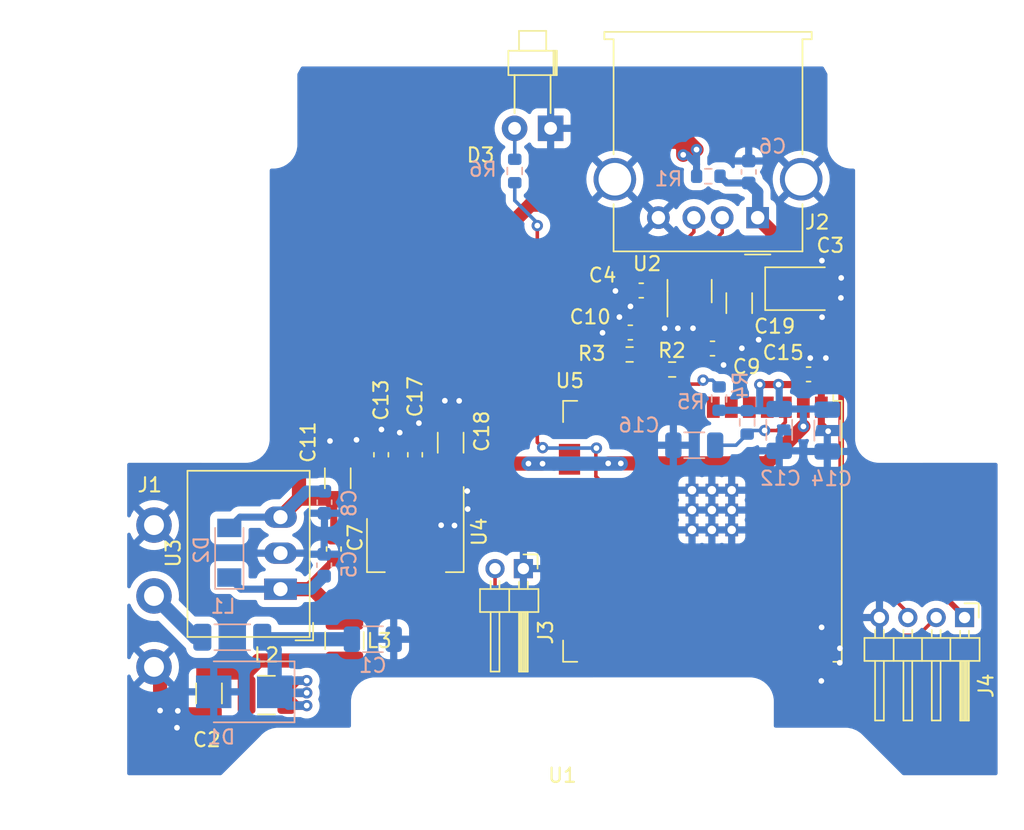
<source format=kicad_pcb>
(kicad_pcb (version 20221018) (generator pcbnew)
  (layers (0 "F.Cu" signal) (31 "B.Cu" signal) (34 "B.Paste" user) (35 "F.Paste" user) (36 "B.SilkS" user "B.Silkscreen") (37 "F.SilkS" user "F.Silkscreen") (38 "B.Mask" user) (39 "F.Mask" user) (44 "Edge.Cuts" user))
  (net 0 "")
  (net 1 "GND")
  (net 2 "+3V3")
  (net 3 "+5V")
  (net 4 "Net-(C1-Pad1)")
  (net 5 "Net-(C2-Pad1)")
  (net 6 "Net-(C9-Pad1)")
  (net 7 "Net-(J3-Pad2)")
  (net 8 "Net-(J1-Pad1)")
  (net 9 "/D-")
  (net 10 "/D+")
  (net 11 "Net-(J4-Pad2)")
  (net 12 "Net-(J4-Pad3)")
  (net 13 "Net-(R2-Pad2)")
  (net 14 "Net-(R6-Pad1)")
  (net 15 "Net-(D3-Pad2)")
  (net 16 "Net-(R3-Pad2)")
  (net 17 "Net-(R5-Pad2)")
  (net 18 "Net-(C10-Pad1)")
  (net 19 "Net-(C16-Pad1)")
  (net 49 "VBUS")
  (net 50 "/Vin")
  (footprint "Package_TO_SOT_SMD:SOT-223-3_TabPin2" (layer "F.Cu") (at 141.36 111.29 -90)
    (fp_text reference "U4")
    (fp_text value "LD1117S33TR")
  )
  (footprint "Inductor_SMD:L_1210_3225Metric" (layer "F.Cu") (at 136.36 118.03 90)
    (fp_text reference "L3")
    (fp_text value "4µ7")
  )
  (footprint "Connector_PinHeader_2.00mm:PinHeader_1x04_P2.00mm_Horizontal" (layer "F.Cu") (at 180.09 116.4 -90)
    (fp_text reference "J4")
    (fp_text value "Conn_01x04_Male")
  )
  (footprint "Resistor_SMD:R_0603_1608Metric" (layer "F.Cu") (at 156.47 97.85 180)
    (fp_text reference "R3")
    (fp_text value "0")
  )
  (footprint "Capacitor_SMD:C_0603_1608Metric" (layer "F.Cu") (at 156.52 96.3 180)
    (fp_text reference "C10")
    (fp_text value "NC")
  )
  (footprint "Capacitor_SMD:C_0603_1608Metric" (layer "F.Cu") (at 138.95 104.92 90)
    (fp_text reference "C13")
    (fp_text value "100n")
  )
  (footprint "Inductor_SMD:L_1210_3225Metric" (layer "F.Cu") (at 130.86 121.87 180)
    (fp_text reference "L2")
    (fp_text value "22µ")
  )
  (footprint "Capacitor_SMD:C_1206_3216Metric" (layer "F.Cu") (at 143.85 104.07 90)
    (fp_text reference "C18")
    (fp_text value "10µ")
  )
  (footprint "Capacitor_SMD:C_0603_1608Metric" (layer "F.Cu") (at 162.315 97.43)
    (fp_text reference "C9")
    (fp_text value "NC")
  )
  (footprint "Connector_USB:USB_A_Molex_67643_Horizontal" (layer "F.Cu") (at 165.5 88.2 180)
    (fp_text reference "J2")
    (fp_text value "USB_A")
  )
  (footprint "Converter_DCDC:Converter_DCDC_RECOM_R-78E-0.5_THT" (layer "F.Cu") (at 131.85 114.4 90)
    (fp_text reference "U3")
    (fp_text value "R-78K5.0-1.0")
  )
  (footprint "Capacitor_SMD:C_0603_1608Metric" (layer "F.Cu") (at 169.09 99.25 180)
    (fp_text reference "C15")
    (fp_text value "100n")
  )
  (footprint "Connector_PinHeader_2.00mm:PinHeader_1x02_P2.00mm_Horizontal" (layer "F.Cu") (at 148.98 112.95 -90)
    (fp_text reference "J3")
    (fp_text value "Conn_01x02_Male")
  )
  (footprint "Capacitor_SMD:C_1206_3216Metric" (layer "F.Cu") (at 164.2 94.23 -90)
    (fp_text reference "C19")
    (fp_text value "10µ")
  )
  (footprint "Package_TO_SOT_SMD:SOT-23-6" (layer "F.Cu") (at 160.7 93.38 90)
    (fp_text reference "U2")
    (fp_text value "USBLC6-2SC6")
  )
  (footprint "Capacitor_SMD:C_0603_1608Metric" (layer "F.Cu") (at 157.29 93.34 180)
    (fp_text reference "C4")
    (fp_text value "100n")
  )
  (footprint "Library:phoenix-mkdso-2-5-3-l-kmgy" (layer "F.Cu") (at 122.93 114.88)
    (fp_text reference "J1")
    (fp_text value "MKDSO 2,5/ 3-L KMGY")
  )
  (footprint "Capacitor_SMD:C_0603_1608Metric" (layer "F.Cu") (at 141.34 104.92 90)
    (fp_text reference "C17")
    (fp_text value "100n")
  )
  (footprint "Capacitor_SMD:C_0603_1608Metric" (layer "F.Cu") (at 135.61 111.57 90)
    (fp_text reference "C7")
    (fp_text value "1n")
  )
  (footprint "Resistor_SMD:R_0603_1608Metric" (layer "F.Cu") (at 159.47 98.91 180)
    (fp_text reference "R2")
    (fp_text value "0")
  )
  (footprint "Capacitor_SMD:C_1206_3216Metric" (layer "F.Cu") (at 135.89 106.58 90)
    (fp_text reference "C11")
    (fp_text value "10µ")
  )
  (footprint "Library:ESP32-S2-SOLO-U" (layer "F.Cu") (at 164.73 110.32 -90)
    (fp_text reference "U5")
    (fp_text value "ESP32-S2-SOLO-U2")
  )
  (footprint "Library:phoenix-bc178-reduced-1" (layer "F.Cu") (at 151.73 128.03)
    (fp_text reference "U1")
    (fp_text value "PHOENIX-BC178")
    (fp_poly (pts (xy 31.2 -23.05) (xy 31.198528 -6.748528) (xy 31.2 0) (xy 23.8 0) (xy 20.798528 -2.998528) (xy 20.713113 -3.079856) (xy 20.517044 -3.210865) (xy 20.299184 -3.301105) (xy 20.067905 -3.34711) (xy 19.95 -3.35) (xy 14.4 -3.35) (xy 14.401472 -5.701472) (xy 14.399324 -5.806271) (xy 14.362931 -6.012685) (xy 14.291247 -6.209644) (xy 14.18645 -6.391161) (xy 14.051723 -6.551723) (xy 13.891161 -6.68645) (xy 13.709644 -6.791247) (xy 13.512685 -6.862931) (xy 13.306271 -6.899324) (xy 13.201472 -6.901472) (xy -13.2 -6.9) (xy -13.304787 -6.897717) (xy -13.511176 -6.861325) (xy -13.708111 -6.789647) (xy -13.889606 -6.68486) (xy -14.050149 -6.550149) (xy -14.18486 -6.389606) (xy -14.289647 -6.208111) (xy -14.361325 -6.011176) (xy -14.397717 -5.804787) (xy -14.4 -5.7) (xy -14.4 -3.35) (xy -20 -3.35) (xy -20.101936 -3.350657) (xy -20.303469 -3.320167) (xy -20.496372 -3.254337) (xy -20.6745 -3.155264) (xy -20.83218 -3.026104) (xy -20.9 -2.95) (xy -23.85 0) (xy -31.2 0) (xy -31.198528 -6.748528) (xy -31.2 -23.05) (xy -22.348528 -23.048528) (xy -22.243741 -23.050811) (xy -22.037352 -23.087203) (xy -21.840417 -23.158881) (xy -21.658922 -23.263668) (xy -21.498379 -23.398379) (xy -21.363668 -23.558922) (xy -21.258881 -23.740417) (xy -21.187203 -23.937352) (xy -21.150811 -24.143741) (xy -21.148528 -24.248528) (xy -21.15 -43.8) (xy -20.398528 -43.798528) (xy -20.293741 -43.800811) (xy -20.087352 -43.837203) (xy -19.890417 -43.908881) (xy -19.708922 -44.013668) (xy -19.548379 -44.148379) (xy -19.413668 -44.308922) (xy -19.308881 -44.490417) (xy -19.237203 -44.687352) (xy -19.200811 -44.893741) (xy -19.198528 -44.998528) (xy -19.2 -50.1) (xy -18.7 -51) (xy 18.7 -51) (xy 19.2 -50.1) (xy 19.198528 -44.998528) (xy 19.200676 -44.893729) (xy 19.237069 -44.687315) (xy 19.308753 -44.490356) (xy 19.41355 -44.308839) (xy 19.548277 -44.148277) (xy 19.708839 -44.01355) (xy 19.890356 -43.908753) (xy 20.087315 -43.837069) (xy 20.293729 -43.800676) (xy 20.398528 -43.798528) (xy 21.15 -43.8) (xy 21.148528 -24.248528) (xy 21.150676 -24.143729) (xy 21.187069 -23.937315) (xy 21.258753 -23.740356) (xy 21.36355 -23.558839) (xy 21.498277 -23.398277) (xy 21.658839 -23.26355) (xy 21.840356 -23.158753) (xy 22.037315 -23.087069) (xy 22.243729 -23.050676) (xy 22.348528 -23.048528)) (stroke (width 0.001)) (fill none) (layer "Edge.Cuts"))
  )
  (footprint "Capacitor_SMD:C_1206_3216Metric" (layer "F.Cu") (at 126.81 121.75 -90)
    (fp_text reference "C2")
    (fp_text value "10µ")
  )
  (footprint "LED_THT:LED_D1.8mm_W1.8mm_H2.4mm_Horizontal_O3.81mm_Z1.6mm" (layer "F.Cu") (at 150.9 81.9 180)
    (fp_text reference "D3")
    (fp_text value "LED")
  )
  (footprint "Capacitor_Tantalum_SMD:CP_EIA-3528-15_AVX-H" (layer "F.Cu") (at 168.49 93.21)
    (fp_text reference "C3")
    (fp_text value "47µ")
  )
  (footprint "Resistor_SMD:R_0603_1608Metric" (layer "B.Cu") (at 162.02 85.28 180)
    (fp_text reference "R1")
    (fp_text value "0R22")
  )
  (footprint "Resistor_SMD:R_0603_1608Metric" (layer "B.Cu") (at 162.78 100.96 90)
    (fp_text reference "R5")
    (fp_text value "NC (SOLO: 10k)")
  )
  (footprint "Capacitor_SMD:C_1206_3216Metric" (layer "B.Cu") (at 138.36 117.93)
    (fp_text reference "C1")
    (fp_text value "10µ")
  )
  (footprint "Resistor_SMD:R_0603_1608Metric" (layer "B.Cu") (at 148.37 84.91 90)
    (fp_text reference "R6")
    (fp_text value "220")
  )
  (footprint "Inductor_SMD:L_1806_4516Metric" (layer "B.Cu") (at 128.45 117.79)
    (fp_text reference "L1")
    (fp_text value "Ferrite")
  )
  (footprint "Capacitor_SMD:C_0603_1608Metric" (layer "B.Cu") (at 164.87 84.98 -90)
    (fp_text reference "C6")
    (fp_text value "100n")
  )
  (footprint "Diode_SMD:D_SMB" (layer "B.Cu") (at 129.29 121.64 180)
    (fp_text reference "D1")
    (fp_text value "SMC30A")
  )
  (footprint "Capacitor_SMD:C_0603_1608Metric" (layer "B.Cu") (at 134.93 112.71 90)
    (fp_text reference "C5")
    (fp_text value "1n")
  )
  (footprint "Capacitor_SMD:C_1206_3216Metric" (layer "B.Cu") (at 167.02 103.17 90)
    (fp_text reference "C12")
    (fp_text value "10µ")
  )
  (footprint "Capacitor_SMD:C_0603_1608Metric" (layer "B.Cu") (at 134.95 108.27 -90)
    (fp_text reference "C8")
    (fp_text value "100n")
  )
  (footprint "Diode_SMD:D_MiniMELF" (layer "B.Cu") (at 128.24 111.83 90)
    (fp_text reference "D2")
    (fp_text value "LL4148")
  )
  (footprint "Resistor_SMD:R_0603_1608Metric" (layer "B.Cu") (at 164.76 102.64 -90)
    (fp_text reference "R4")
    (fp_text value "10k")
  )
  (footprint "Capacitor_SMD:C_1206_3216Metric" (layer "B.Cu") (at 161.03 104.25 180)
    (fp_text reference "C16")
    (fp_text value "1µ")
  )
  (footprint "Capacitor_SMD:C_1206_3216Metric" (layer "B.Cu") (at 170.41 103.215 90)
    (fp_text reference "C14")
    (fp_text value "10µ")
  )
  (segment (start 170.0275 92.45) (end 171.39 92.45) (width 0.5) (layer "F.Cu") (net 1))
  (segment (start 169.99 102.78) (end 169.99 101.57) (width 0.5) (layer "F.Cu") (net 1))
  (segment (start 135.34 103.95) (end 135.34 104.555) (width 0.5) (layer "F.Cu") (net 1))
  (segment (start 163.09 98.585) (end 163.095 98.59) (width 0.5) (layer "F.Cu") (net 1))
  (segment (start 170.0275 91.2325) (end 170.03 91.23) (width 0.5) (layer "F.Cu") (net 1))
  (segment (start 170.49 118.57) (end 171.3 118.57) (width 0.5) (layer "F.Cu") (net 1))
  (segment (start 163.09 97.43) (end 164.365 97.43) (width 0.5) (layer "F.Cu") (net 1))
  (segment (start 143.66 108.14) (end 144.27 108.75) (width 0.5) (layer "F.Cu") (net 1))
  (segment (start 138.95 104.145) (end 137.695 104.145) (width 0.5) (layer "F.Cu") (net 1))
  (segment (start 155.745 96.3) (end 155.745 95.215) (width 0.5) (layer "F.Cu") (net 1))
  (segment (start 142.89 102.595) (end 142.1475 103.3375) (width 0.5) (layer "F.Cu") (net 1))
  (segment (start 138.95 104.145) (end 138.95 103.16) (width 0.5) (layer "F.Cu") (net 1))
  (segment (start 169.865 99.25) (end 169.99 99.375) (width 0.5) (layer "F.Cu") (net 1))
  (segment (start 155.5 93.34) (end 155.47 93.37) (width 0.5) (layer "F.Cu") (net 1))
  (segment (start 143.66 108.14) (end 144.32 107.48) (width 0.5) (layer "F.Cu") (net 1))
  (segment (start 124.61 122.98) (end 123.38 122.98) (width 1) (layer "F.Cu") (net 1))
  (segment (start 143.44 102.185) (end 143.44 101.11) (width 0.5) (layer "F.Cu") (net 1))
  (segment (start 169.99 119.07) (end 170.49 118.57) (width 0.5) (layer "F.Cu") (net 1))
  (segment (start 143.85 102.595) (end 144.45 101.995) (width 0.5) (layer "F.Cu") (net 1))
  (segment (start 141.34 104.145) (end 140.26 104.145) (width 0.5) (layer "F.Cu") (net 1))
  (segment (start 143.66 108.14) (end 144.12 108.6) (width 0.5) (layer "F.Cu") (net 1))
  (segment (start 163.09 97.43) (end 163.09 98.585) (width 0.5) (layer "F.Cu") (net 1))
  (segment (start 143.18 108.62) (end 143.18 109.89) (width 0.5) (layer "F.Cu") (net 1))
  (segment (start 144.12 108.6) (end 144.12 109.91) (width 0.5) (layer "F.Cu") (net 1))
  (segment (start 137.21 104.145) (end 137.21 103.87) (width 0.5) (layer "F.Cu") (net 1))
  (segment (start 170.47 103.26) (end 169.99 102.78) (width 0.5) (layer "F.Cu") (net 1))
  (segment (start 169.99 119.07) (end 170.51 119.59) (width 0.5) (layer "F.Cu") (net 1))
  (segment (start 155.745 96.3) (end 154.58 96.3) (width 0.5) (layer "F.Cu") (net 1))
  (segment (start 143.85 102.595) (end 143.44 102.185) (width 0.5) (layer "F.Cu") (net 1))
  (segment (start 156.515 93.34) (end 155.5 93.34) (width 0.5) (layer "F.Cu") (net 1))
  (segment (start 144.45 101.995) (end 144.45 101.12) (width 0.5) (layer "F.Cu") (net 1))
  (segment (start 136.85 104.145) (end 135.89 105.105) (width 0.5) (layer "F.Cu") (net 1))
  (segment (start 164.2 95.705) (end 164.2 97.225) (width 0.8) (layer "F.Cu") (net 1))
  (segment (start 123.36 122.96) (end 123.36 120.31) (width 1) (layer "F.Cu") (net 1))
  (segment (start 143.66 108.14) (end 143.18 108.62) (width 0.5) (layer "F.Cu") (net 1))
  (segment (start 169.99 119.07) (end 169.99 117.11) (width 0.5) (layer "F.Cu") (net 1))
  (segment (start 170.0275 93.21) (end 170.0275 95.2075) (width 0.5) (layer "F.Cu") (net 1))
  (segment (start 123.38 122.98) (end 123.36 122.96) (width 1) (layer "F.Cu") (net 1))
  (segment (start 159.87 96) (end 158.94 96) (width 0.5) (layer "F.Cu") (net 1))
  (segment (start 170.0275 93.21) (end 170.0275 92.45) (width 0.5) (layer "F.Cu") (net 1))
  (segment (start 135.34 104.555) (end 135.89 105.105) (width 0.5) (layer "F.Cu") (net 1))
  (segment (start 123.36 120.31) (end 122.93 119.88) (width 1) (layer "F.Cu") (net 1))
  (segment (start 164.365 97.43) (end 164.385 97.41) (width 0.5) (layer "F.Cu") (net 1))
  (segment (start 137.695 104.145) (end 137.21 104.145) (width 0.5) (layer "F.Cu") (net 1))
  (segment (start 170.0275 95.2075) (end 170.04 95.22) (width 0.5) (layer "F.Cu") (net 1))
  (segment (start 169.865 99.25) (end 169.865 98.755) (width 0.5) (layer "F.Cu") (net 1))
  (segment (start 154.58 96.3) (end 154.56 96.32) (width 0.5) (layer "F.Cu") (net 1))
  (segment (start 170.0275 93.86) (end 171.37 93.86) (width 0.5) (layer "F.Cu") (net 1))
  (segment (start 138.95 103.16) (end 138.97 103.14) (width 0.5) (layer "F.Cu") (net 1))
  (segment (start 144.32 107.48) (end 145.02 107.48) (width 0.5) (layer "F.Cu") (net 1))
  (segment (start 160.7 94.5175) (end 160.7 95.91) (width 0.5) (layer "F.Cu") (net 1))
  (segment (start 124.61 122.98) (end 124.61 124.11) (width 1) (layer "F.Cu") (net 1))
  (segment (start 140.26 104.145) (end 140.26 103.36) (width 0.5) (layer "F.Cu") (net 1))
  (segment (start 164.2 97.225) (end 164.385 97.41) (width 0.8) (layer "F.Cu") (net 1))
  (segment (start 170.51 119.59) (end 171.29 119.59) (width 0.5) (layer "F.Cu") (net 1))
  (segment (start 137.695 104.145) (end 136.85 104.145) (width 0.5) (layer "F.Cu") (net 1))
  (segment (start 170.0275 93.21) (end 170.0275 93.86) (width 0.5) (layer "F.Cu") (net 1))
  (segment (start 142.1475 103.3375) (end 142.1475 103.2275) (width 0.5) (layer "F.Cu") (net 1))
  (segment (start 155.745 95.215) (end 155.75 95.21) (width 0.5) (layer "F.Cu") (net 1))
  (segment (start 142.1475 103.2275) (end 141.61 102.69) (width 0.5) (layer "F.Cu") (net 1))
  (segment (start 164.2 95.705) (end 164.465 95.705) (width 0.8) (layer "F.Cu") (net 1))
  (segment (start 126.81 123.225) (end 124.855 123.225) (width 1) (layer "F.Cu") (net 1))
  (segment (start 170.0275 93.21) (end 170.0275 91.2325) (width 0.5) (layer "F.Cu") (net 1))
  (segment (start 160.94 96) (end 159.87 96) (width 0.5) (layer "F.Cu") (net 1))
  (segment (start 144.27 108.75) (end 145.05 108.75) (width 0.5) (layer "F.Cu") (net 1))
  (segment (start 142.1475 103.3375) (end 141.34 104.145) (width 0.5) (layer "F.Cu") (net 1))
  (segment (start 143.85 102.595) (end 142.89 102.595) (width 0.5) (layer "F.Cu") (net 1))
  (segment (start 156.515 93.34) (end 156.515 94.445) (width 0.5) (layer "F.Cu") (net 1))
  (segment (start 156.515 94.445) (end 156.53 94.46) (width 0.5) (layer "F.Cu") (net 1))
  (segment (start 169.865 98.755) (end 169.21 98.1) (width 0.5) (layer "F.Cu") (net 1))
  (segment (start 169.99 99.375) (end 169.99 101.57) (width 0.5) (layer "F.Cu") (net 1))
  (segment (start 169.99 117.11) (end 170.01 117.09) (width 0.5) (layer "F.Cu") (net 1))
  (segment (start 169.99 119.07) (end 169.99 120.87) (width 0.5) (layer "F.Cu") (net 1))
  (segment (start 169.865 99.25) (end 169.865 98.545) (width 0.5) (layer "F.Cu") (net 1))
  (segment (start 124.61 124.11) (end 124.55 124.17) (width 1) (layer "F.Cu") (net 1))
  (segment (start 138.95 104.145) (end 141.34 104.145) (width 0.5) (layer "F.Cu") (net 1))
  (segment (start 169.865 98.545) (end 170.31 98.1) (width 0.5) (layer "F.Cu") (net 1))
  (segment (start 124.855 123.225) (end 124.61 122.98) (width 1) (layer "F.Cu") (net 1))
  (segment (start 164.465 95.705) (end 165.57 96.81) (width 0.8) (layer "F.Cu") (net 1))
  (via (at 155.75 95.21) (size 0.8) (drill 0.4) (layers "F.Cu" "B.Cu") (net 1))
  (via (at 164.385 97.41) (size 0.8) (drill 0.4) (layers "F.Cu" "B.Cu") (net 1))
  (via (at 170.31 98.1) (size 0.8) (drill 0.4) (layers "F.Cu" "B.Cu") (net 1))
  (via (at 165.57 96.81) (size 0.8) (drill 0.4) (layers "F.Cu" "B.Cu") (net 1))
  (via (at 170.04 95.22) (size 0.8) (drill 0.4) (layers "F.Cu" "B.Cu") (net 1))
  (via (at 169.21 98.1) (size 0.8) (drill 0.4) (layers "F.Cu" "B.Cu") (net 1))
  (via (at 143.18 109.89) (size 0.8) (drill 0.4) (layers "F.Cu" "B.Cu") (net 1))
  (via (at 123.36 122.96) (size 0.8) (drill 0.4) (layers "F.Cu" "B.Cu") (net 1))
  (via (at 141.61 102.69) (size 0.8) (drill 0.4) (layers "F.Cu" "B.Cu") (net 1))
  (via (at 171.39 92.45) (size 0.8) (drill 0.4) (layers "F.Cu" "B.Cu") (net 1))
  (via (at 171.29 119.59) (size 0.8) (drill 0.4) (layers "F.Cu" "B.Cu") (net 1))
  (via (at 137.21 103.87) (size 0.8) (drill 0.4) (layers "F.Cu" "B.Cu") (net 1))
  (via (at 169.99 120.87) (size 0.8) (drill 0.4) (layers "F.Cu" "B.Cu") (net 1))
  (via (at 144.12 109.91) (size 0.8) (drill 0.4) (layers "F.Cu" "B.Cu") (net 1))
  (via (at 158.94 96) (size 0.8) (drill 0.4) (layers "F.Cu" "B.Cu") (net 1))
  (via (at 144.45 101.12) (size 0.8) (drill 0.4) (layers "F.Cu" "B.Cu") (net 1))
  (via (at 171.3 118.57) (size 0.8) (drill 0.4) (layers "F.Cu" "B.Cu") (net 1))
  (via (at 154.56 96.32) (size 0.8) (drill 0.4) (layers "F.Cu" "B.Cu") (net 1))
  (via (at 155.47 93.37) (size 0.8) (drill 0.4) (layers "F.Cu" "B.Cu") (net 1))
  (via (at 170.03 91.23) (size 0.8) (drill 0.4) (layers "F.Cu" "B.Cu") (net 1))
  (via (at 160.94 96) (size 0.8) (drill 0.4) (layers "F.Cu" "B.Cu") (net 1))
  (via (at 138.97 103.14) (size 0.8) (drill 0.4) (layers "F.Cu" "B.Cu") (net 1))
  (via (at 124.61 122.98) (size 0.8) (drill 0.4) (layers "F.Cu" "B.Cu") (net 1))
  (via (at 171.37 93.86) (size 0.8) (drill 0.4) (layers "F.Cu" "B.Cu") (net 1))
  (via (at 170.47 103.26) (size 0.8) (drill 0.4) (layers "F.Cu" "B.Cu") (net 1))
  (via (at 163.095 98.59) (size 0.8) (drill 0.4) (layers "F.Cu" "B.Cu") (net 1))
  (via (at 159.87 96) (size 0.8) (drill 0.4) (layers "F.Cu" "B.Cu") (net 1))
  (via (at 143.44 101.11) (size 0.8) (drill 0.4) (layers "F.Cu" "B.Cu") (net 1))
  (via (at 140.26 103.36) (size 0.8) (drill 0.4) (layers "F.Cu" "B.Cu") (net 1))
  (via (at 170.01 117.09) (size 0.8) (drill 0.4) (layers "F.Cu" "B.Cu") (net 1))
  (via (at 145.02 107.48) (size 0.8) (drill 0.4) (layers "F.Cu" "B.Cu") (net 1))
  (via (at 135.34 103.95) (size 0.8) (drill 0.4) (layers "F.Cu" "B.Cu") (net 1))
  (via (at 145.05 108.75) (size 0.8) (drill 0.4) (layers "F.Cu" "B.Cu") (net 1))
  (via (at 124.55 124.17) (size 0.8) (drill 0.4) (layers "F.Cu" "B.Cu") (net 1))
  (via (at 156.53 94.46) (size 0.8) (drill 0.4) (layers "F.Cu" "B.Cu") (net 1))
  (segment (start 141.34 105.695) (end 143.7 105.695) (width 0.5) (layer "F.Cu") (net 2))
  (segment (start 168.725 102.925) (end 168.72 102.92) (width 0.5) (layer "F.Cu") (net 2))
  (segment (start 168.72 100.31) (end 168.72 101.57) (width 0.5) (layer "F.Cu") (net 2))
  (segment (start 143.7 105.695) (end 143.85 105.545) (width 0.5) (layer "F.Cu") (net 2))
  (segment (start 155.85 105.53) (end 163.58 105.53) (width 1) (layer "F.Cu") (net 2))
  (segment (start 143.85 105.545) (end 149.335 105.545) (width 1) (layer "F.Cu") (net 2))
  (segment (start 168.725 102.925) (end 166.13 105.52) (width 1) (layer "F.Cu") (net 2))
  (segment (start 150.325 105.545) (end 150.33 105.55) (width 0.5) (layer "F.Cu") (net 2))
  (segment (start 168.25 99.97) (end 168.315 99.905) (width 0.5) (layer "F.Cu") (net 2))
  (segment (start 154.96 105.53) (end 155.85 105.53) (width 1) (layer "F.Cu") (net 2))
  (segment (start 163.58 105.53) (end 163.59 105.52) (width 0.5) (layer "F.Cu") (net 2))
  (segment (start 149.335 105.545) (end 150.325 105.545) (width 1) (layer "F.Cu") (net 2))
  (segment (start 168.72 102.92) (end 168.72 101.57) (width 0.5) (layer "F.Cu") (net 2))
  (segment (start 168.315 99.25) (end 168.315 99.905) (width 0.5) (layer "F.Cu") (net 2))
  (segment (start 168.315 99.905) (end 168.72 100.31) (width 0.5) (layer "F.Cu") (net 2))
  (segment (start 141.36 105.715) (end 141.34 105.695) (width 0.5) (layer "F.Cu") (net 2))
  (segment (start 166.97 99.97) (end 168.25 99.97) (width 0.5) (layer "F.Cu") (net 2))
  (segment (start 141.36 108.14) (end 141.36 105.715) (width 0.5) (layer "F.Cu") (net 2))
  (segment (start 165.65 99.97) (end 166.97 99.97) (width 0.5) (layer "F.Cu") (net 2))
  (segment (start 166.13 105.52) (end 163.59 105.52) (width 1) (layer "F.Cu") (net 2))
  (segment (start 141.36 108.14) (end 141.36 114.44) (width 1) (layer "F.Cu") (net 2))
  (via (at 149.335 105.545) (size 0.8) (drill 0.4) (layers "F.Cu" "B.Cu") (net 2))
  (via (at 168.725 102.925) (size 0.8) (drill 0.4) (layers "F.Cu" "B.Cu") (net 2))
  (via (at 150.33 105.55) (size 0.8) (drill 0.4) (layers "F.Cu" "B.Cu") (net 2))
  (via (at 155.85 105.53) (size 0.8) (drill 0.4) (layers "F.Cu" "B.Cu") (net 2))
  (via (at 154.96 105.53) (size 0.8) (drill 0.4) (layers "F.Cu" "B.Cu") (net 2))
  (via (at 165.65 99.97) (size 0.8) (drill 0.4) (layers "F.Cu" "B.Cu") (net 2))
  (via (at 166.97 99.97) (size 0.8) (drill 0.4) (layers "F.Cu" "B.Cu") (net 2))
  (segment (start 154.29 105.55) (end 155.85 105.55) (width 1) (layer "B.Cu") (net 2))
  (segment (start 149.335 105.55) (end 149.335 105.545) (width 0.5) (layer "B.Cu") (net 2))
  (segment (start 167.02 101.695) (end 167.02 100.02) (width 0.5) (layer "B.Cu") (net 2))
  (segment (start 164.73 101.785) (end 164.76 101.815) (width 0.5) (layer "B.Cu") (net 2))
  (segment (start 155.85 105.55) (end 155.85 105.53) (width 0.5) (layer "B.Cu") (net 2))
  (segment (start 169.99 101.695) (end 170.09 101.795) (width 0.5) (layer "B.Cu") (net 2))
  (segment (start 168.725 101.695) (end 169.99 101.695) (width 0.5) (layer "B.Cu") (net 2))
  (segment (start 162.78 101.785) (end 164.73 101.785) (width 0.5) (layer "B.Cu") (net 2))
  (segment (start 165.645 99.975) (end 165.65 99.97) (width 0.5) (layer "B.Cu") (net 2))
  (segment (start 165.645 101.815) (end 166.9 101.815) (width 0.5) (layer "B.Cu") (net 2))
  (segment (start 151.14 105.55) (end 149.335 105.55) (width 1) (layer "B.Cu") (net 2))
  (segment (start 151.14 105.55) (end 150.33 105.55) (width 0.5) (layer "B.Cu") (net 2))
  (segment (start 154.29 105.55) (end 151.14 105.55) (width 1) (layer "B.Cu") (net 2))
  (segment (start 165.645 101.815) (end 165.645 99.975) (width 0.5) (layer "B.Cu") (net 2))
  (segment (start 166.9 101.815) (end 167.02 101.695) (width 0.5) (layer "B.Cu") (net 2))
  (segment (start 168.725 102.925) (end 168.725 101.695) (width 0.5) (layer "B.Cu") (net 2))
  (segment (start 154.96 105.53) (end 154.94 105.55) (width 0.5) (layer "B.Cu") (net 2))
  (segment (start 167.02 100.02) (end 166.97 99.97) (width 0.5) (layer "B.Cu") (net 2))
  (segment (start 167.02 101.695) (end 168.725 101.695) (width 0.5) (layer "B.Cu") (net 2))
  (segment (start 164.76 101.815) (end 165.645 101.815) (width 0.5) (layer "B.Cu") (net 2))
  (segment (start 154.94 105.55) (end 154.29 105.55) (width 0.5) (layer "B.Cu") (net 2))
  (segment (start 180.09 116.34) (end 171.39 107.64) (width 0.4) (layer "F.Cu") (net 3))
  (segment (start 152.735 87.285) (end 149.485 87.285) (width 1) (layer "F.Cu") (net 3))
  (segment (start 139.06 105.805) (end 138.95 105.695) (width 0.5) (layer "F.Cu") (net 3))
  (segment (start 180.09 116.4) (end 180.09 116.34) (width 0.4) (layer "F.Cu") (net 3))
  (segment (start 160.7 93.37) (end 163.4 93.37) (width 0.4) (layer "F.Cu") (net 3))
  (segment (start 160.25 83.2) (end 160.25 83.77) (width 1) (layer "F.Cu") (net 3))
  (segment (start 171.39 97.84) (end 168.91 95.36) (width 0.4) (layer "F.Cu") (net 3))
  (segment (start 168.91 95.36) (end 166.21 95.36) (width 0.4) (layer "F.Cu") (net 3))
  (segment (start 153.92 82.85) (end 159.9 82.85) (width 1) (layer "F.Cu") (net 3))
  (segment (start 133.155 103.615) (end 149.485 87.285) (width 1) (layer "F.Cu") (net 3))
  (segment (start 160.64 82.85) (end 161.19 83.4) (width 1) (layer "F.Cu") (net 3))
  (segment (start 135.74 108.015) (end 138.935 108.015) (width 1) (layer "F.Cu") (net 3))
  (segment (start 159.9 82.85) (end 160.64 82.85) (width 1) (layer "F.Cu") (net 3))
  (segment (start 133.155 108.015) (end 133.155 103.745) (width 1) (layer "F.Cu") (net 3))
  (segment (start 160.7 92.2425) (end 160.7 93.37) (width 0.4) (layer "F.Cu") (net 3))
  (segment (start 160.7 93.37) (end 158.095 93.37) (width 0.4) (layer "F.Cu") (net 3))
  (segment (start 166.21 95.36) (end 164.22 93.37) (width 0.4) (layer "F.Cu") (net 3))
  (segment (start 163.585 93.37) (end 164.2 92.755) (width 0.4) (layer "F.Cu") (net 3))
  (segment (start 163.4 93.37) (end 163.585 93.37) (width 0.4) (layer "F.Cu") (net 3))
  (segment (start 171.39 107.64) (end 171.39 97.84) (width 0.4) (layer "F.Cu") (net 3))
  (segment (start 164.22 93.37) (end 163.4 93.37) (width 0.4) (layer "F.Cu") (net 3))
  (segment (start 135.61 110.795) (end 135.61 108.335) (width 0.5) (layer "F.Cu") (net 3))
  (segment (start 153.195 87.285) (end 155.61 89.7) (width 1) (layer "F.Cu") (net 3))
  (segment (start 159.9 82.85) (end 160.25 83.2) (width 1) (layer "F.Cu") (net 3))
  (segment (start 135.74 108.015) (end 133.155 108.015) (width 1) (layer "F.Cu") (net 3))
  (segment (start 155.61 89.7) (end 157.92 92.01) (width 1) (layer "F.Cu") (net 3))
  (segment (start 138.935 108.015) (end 139.06 108.14) (width 1) (layer "F.Cu") (net 3))
  (segment (start 139.06 108.14) (end 139.06 105.805) (width 0.5) (layer "F.Cu") (net 3))
  (segment (start 149.485 87.285) (end 153.92 82.85) (width 1) (layer "F.Cu") (net 3))
  (segment (start 158.065 92.155) (end 158.065 93.34) (width 0.4) (layer "F.Cu") (net 3))
  (segment (start 152.735 87.285) (end 153.195 87.285) (width 1) (layer "F.Cu") (net 3))
  (segment (start 158.095 93.37) (end 158.065 93.34) (width 0.4) (layer "F.Cu") (net 3))
  (segment (start 133.155 103.745) (end 133.155 103.615) (width 1) (layer "F.Cu") (net 3))
  (segment (start 133.155 108.015) (end 131.85 109.32) (width 1) (layer "F.Cu") (net 3))
  (segment (start 135.61 108.335) (end 135.89 108.055) (width 0.5) (layer "F.Cu") (net 3))
  (segment (start 157.92 92.01) (end 158.065 92.155) (width 0.4) (layer "F.Cu") (net 3))
  (via (at 160.25 83.77) (size 0.8) (drill 0.4) (layers "F.Cu" "B.Cu") (net 3))
  (via (at 161.19 83.4) (size 0.8) (drill 0.4) (layers "F.Cu" "B.Cu") (net 3))
  (segment (start 133.675 107.495) (end 131.85 109.32) (width 0.8) (layer "B.Cu") (net 3))
  (segment (start 160.52 83.77) (end 161.19 84.44) (width 0.5) (layer "B.Cu") (net 3))
  (segment (start 161.19 85.275) (end 161.195 85.28) (width 0.5) (layer "B.Cu") (net 3))
  (segment (start 129 109.32) (end 128.24 110.08) (width 0.5) (layer "B.Cu") (net 3))
  (segment (start 131.85 109.32) (end 129 109.32) (width 0.5) (layer "B.Cu") (net 3))
  (segment (start 160.25 83.77) (end 160.52 83.77) (width 0.5) (layer "B.Cu") (net 3))
  (segment (start 134.95 107.495) (end 133.675 107.495) (width 0.8) (layer "B.Cu") (net 3))
  (segment (start 161.19 84.44) (end 161.19 85.275) (width 0.5) (layer "B.Cu") (net 3))
  (segment (start 161.19 83.4) (end 161.19 84.44) (width 0.5) (layer "B.Cu") (net 3))
  (segment (start 132.26 121.62) (end 132.26 121.87) (width 0.6) (layer "F.Cu") (net 4))
  (segment (start 133.7 122.61) (end 133 122.61) (width 0.6) (layer "F.Cu") (net 4))
  (segment (start 133.7 121.71) (end 132.42 121.71) (width 0.6) (layer "F.Cu") (net 4))
  (segment (start 133.03 120.85) (end 132.26 121.62) (width 0.6) (layer "F.Cu") (net 4))
  (segment (start 133 122.61) (end 132.26 121.87) (width 0.6) (layer "F.Cu") (net 4))
  (segment (start 132.42 121.71) (end 132.26 121.87) (width 0.6) (layer "F.Cu") (net 4))
  (segment (start 133.7 120.85) (end 133.03 120.85) (width 0.6) (layer "F.Cu") (net 4))
  (via (at 133.7 120.85) (size 0.8) (drill 0.4) (layers "F.Cu" "B.Cu") (net 4))
  (via (at 133.7 122.61) (size 0.8) (drill 0.4) (layers "F.Cu" "B.Cu") (net 4))
  (via (at 133.7 121.71) (size 0.8) (drill 0.4) (layers "F.Cu" "B.Cu") (net 4))
  (segment (start 130.5625 117.79) (end 131.44 118.6675) (width 1) (layer "B.Cu") (net 4))
  (segment (start 132.41 122.61) (end 131.44 121.64) (width 0.6) (layer "B.Cu") (net 4))
  (segment (start 133.7 121.71) (end 131.51 121.71) (width 0.6) (layer "B.Cu") (net 4))
  (segment (start 133.7 122.61) (end 132.41 122.61) (width 0.6) (layer "B.Cu") (net 4))
  (segment (start 133.7 120.85) (end 132.23 120.85) (width 0.6) (layer "B.Cu") (net 4))
  (segment (start 132.23 120.85) (end 131.44 121.64) (width 0.6) (layer "B.Cu") (net 4))
  (segment (start 136.885 117.93) (end 130.7025 117.93) (width 1) (layer "B.Cu") (net 4))
  (segment (start 131.44 118.6675) (end 131.44 121.64) (width 1) (layer "B.Cu") (net 4))
  (segment (start 130.7025 117.93) (end 130.5625 117.79) (width 1) (layer "B.Cu") (net 4))
  (segment (start 131.51 121.71) (end 131.44 121.64) (width 0.6) (layer "B.Cu") (net 4))
  (segment (start 129.46 121.87) (end 129.46 120.28) (width 1) (layer "F.Cu") (net 5))
  (segment (start 129.46 120.28) (end 126.81 120.28) (width 1) (layer "F.Cu") (net 5))
  (segment (start 130.31 119.43) (end 129.46 120.28) (width 1) (layer "F.Cu") (net 5))
  (segment (start 126.81 120.28) (end 126.81 120.275) (width 1) (layer "F.Cu") (net 5))
  (segment (start 136.36 119.43) (end 130.31 119.43) (width 1) (layer "F.Cu") (net 5))
  (segment (start 161.665 94.5325) (end 161.65 94.5175) (width 0.25) (layer "F.Cu") (net 6))
  (segment (start 160.215 98.755) (end 161.54 97.43) (width 0.25) (layer "F.Cu") (net 6))
  (segment (start 160.215 98.9) (end 160.215 98.755) (width 0.25) (layer "F.Cu") (net 6))
  (segment (start 161.665 97.305) (end 161.665 94.5325) (width 0.25) (layer "F.Cu") (net 6))
  (segment (start 161.54 97.43) (end 161.665 97.305) (width 0.25) (layer "F.Cu") (net 6))
  (segment (start 151.69 119.07) (end 146.98 114.36) (width 0.25) (layer "F.Cu") (net 7))
  (segment (start 146.98 114.36) (end 146.98 112.95) (width 0.25) (layer "F.Cu") (net 7))
  (segment (start 151.69 119.07) (end 153.48 119.07) (width 0.25) (layer "F.Cu") (net 7))
  (segment (start 126.3375 117.79) (end 125.84 117.79) (width 1) (layer "B.Cu") (net 8))
  (segment (start 125.84 117.79) (end 122.93 114.88) (width 1) (layer "B.Cu") (net 8))
  (segment (start 161.65 90.61) (end 161.65 92.2425) (width 0.25) (layer "F.Cu") (net 9))
  (segment (start 163 89.26) (end 161.65 90.61) (width 0.25) (layer "F.Cu") (net 9))
  (segment (start 163 88.2) (end 163 89.26) (width 0.25) (layer "F.Cu") (net 9))
  (segment (start 161 88.2) (end 161 89.21) (width 0.25) (layer "F.Cu") (net 10))
  (segment (start 161 89.21) (end 159.75 90.46) (width 0.25) (layer "F.Cu") (net 10))
  (segment (start 159.75 90.46) (end 159.75 92.2425) (width 0.25) (layer "F.Cu") (net 10))
  (segment (start 172.83 117.65) (end 176.84 117.65) (width 0.25) (layer "F.Cu") (net 11))
  (segment (start 176.84 117.65) (end 178.09 116.4) (width 0.25) (layer "F.Cu") (net 11))
  (segment (start 166.18 119.07) (end 166.18 118.25) (width 0.25) (layer "F.Cu") (net 11))
  (segment (start 166.18 118.25) (end 168.08 116.35) (width 0.25) (layer "F.Cu") (net 11))
  (segment (start 171.53 116.35) (end 172.83 117.65) (width 0.25) (layer "F.Cu") (net 11))
  (segment (start 168.08 116.35) (end 171.53 116.35) (width 0.25) (layer "F.Cu") (net 11))
  (segment (start 176.09 116.06) (end 176.09 116.4) (width 0.25) (layer "F.Cu") (net 12))
  (segment (start 168.11 115.04) (end 175.07 115.04) (width 0.25) (layer "F.Cu") (net 12))
  (segment (start 164.91 118.24) (end 168.11 115.04) (width 0.25) (layer "F.Cu") (net 12))
  (segment (start 164.91 119.07) (end 164.91 118.24) (width 0.25) (layer "F.Cu") (net 12))
  (segment (start 175.07 115.04) (end 176.09 116.06) (width 0.25) (layer "F.Cu") (net 12))
  (segment (start 156.57 98.9) (end 158.565 98.9) (width 0.25) (layer "F.Cu") (net 13))
  (segment (start 154.75 100.72) (end 154.75 101.57) (width 0.25) (layer "F.Cu") (net 13))
  (segment (start 154.75 100.72) (end 156.57 98.9) (width 0.25) (layer "F.Cu") (net 13))
  (segment (start 157.29 113.53) (end 157.29 119.07) (width 0.25) (layer "F.Cu") (net 14))
  (segment (start 149.96 88.76) (end 149.96 104.04) (width 0.25) (layer "F.Cu") (net 14))
  (segment (start 157.29 109.64) (end 154.09 106.44) (width 0.25) (layer "F.Cu") (net 14))
  (segment (start 154.09 104.49) (end 154.13 104.45) (width 0.25) (layer "F.Cu") (net 14))
  (segment (start 149.96 104.04) (end 150.34 104.42) (width 0.25) (layer "F.Cu") (net 14))
  (segment (start 154.09 106.44) (end 154.09 104.49) (width 0.25) (layer "F.Cu") (net 14))
  (segment (start 157.29 113.53) (end 157.29 109.64) (width 0.25) (layer "F.Cu") (net 14))
  (via (at 149.96 88.76) (size 0.8) (drill 0.4) (layers "F.Cu" "B.Cu") (net 14))
  (via (at 154.13 104.45) (size 0.8) (drill 0.4) (layers "F.Cu" "B.Cu") (net 14))
  (via (at 150.34 104.42) (size 0.8) (drill 0.4) (layers "F.Cu" "B.Cu") (net 14))
  (segment (start 150.37 104.45) (end 150.34 104.42) (width 0.25) (layer "B.Cu") (net 14))
  (segment (start 148.37 86.99) (end 149.94 88.56) (width 0.25) (layer "B.Cu") (net 14))
  (segment (start 149.94 88.56) (end 149.96 88.58) (width 0.25) (layer "B.Cu") (net 14))
  (segment (start 148.37 86.56) (end 148.37 86.99) (width 0.25) (layer "B.Cu") (net 14))
  (segment (start 149.96 88.58) (end 149.96 88.76) (width 0.25) (layer "B.Cu") (net 14))
  (segment (start 148.37 85.735) (end 148.37 86.56) (width 0.25) (layer "B.Cu") (net 14))
  (segment (start 154.13 104.45) (end 150.37 104.45) (width 0.25) (layer "B.Cu") (net 14))
  (segment (start 148.37 84.085) (end 148.37 81.91) (width 0.25) (layer "B.Cu") (net 15))
  (segment (start 148.37 81.91) (end 148.36 81.9) (width 0.25) (layer "B.Cu") (net 15))
  (segment (start 153.48 101.57) (end 153.48 100.015) (width 0.25) (layer "F.Cu") (net 16))
  (segment (start 153.48 100.015) (end 155.645 97.85) (width 0.25) (layer "F.Cu") (net 16))
  (segment (start 157.29 101.57) (end 157.29 100.75) (width 0.25) (layer "F.Cu") (net 17))
  (segment (start 161.37 99.94) (end 161.65 99.66) (width 0.25) (layer "F.Cu") (net 17))
  (segment (start 158.1 99.94) (end 161.37 99.94) (width 0.25) (layer "F.Cu") (net 17))
  (segment (start 157.29 100.75) (end 158.1 99.94) (width 0.25) (layer "F.Cu") (net 17))
  (via (at 161.65 99.66) (size 0.8) (drill 0.4) (layers "F.Cu" "B.Cu") (net 17))
  (segment (start 162.305 99.66) (end 162.78 100.135) (width 0.25) (layer "B.Cu") (net 17))
  (segment (start 161.65 99.66) (end 162.305 99.66) (width 0.25) (layer "B.Cu") (net 17))
  (segment (start 159.0775 94.5175) (end 159.75 94.5175) (width 0.25) (layer "F.Cu") (net 18))
  (segment (start 157.295 97.85) (end 157.295 96.3) (width 0.25) (layer "F.Cu") (net 18))
  (segment (start 157.295 96.3) (end 159.0775 94.5175) (width 0.25) (layer "F.Cu") (net 18))
  (segment (start 167.45 101.57) (end 167.45 102.625305) (width 0.25) (layer "F.Cu") (net 19))
  (segment (start 167.45 102.625305) (end 166.865305 103.21) (width 0.25) (layer "F.Cu") (net 19))
  (segment (start 166.865305 103.21) (end 165.99 103.21) (width 0.25) (layer "F.Cu") (net 19))
  (via (at 165.99 103.21) (size 0.8) (drill 0.4) (layers "F.Cu" "B.Cu") (net 19))
  (segment (start 165.015 103.21) (end 164.76 103.465) (width 0.25) (layer "B.Cu") (net 19))
  (segment (start 163.975 104.25) (end 164.76 103.465) (width 0.25) (layer "B.Cu") (net 19))
  (segment (start 165.99 103.21) (end 165.015 103.21) (width 0.25) (layer "B.Cu") (net 19))
  (segment (start 162.505 104.25) (end 163.975 104.25) (width 0.25) (layer "B.Cu") (net 19))
  (segment (start 166.9525 93.21) (end 166.9525 89.6525) (width 1) (layer "F.Cu") (net 49))
  (segment (start 166.9525 89.6525) (end 165.5 88.2) (width 1) (layer "F.Cu") (net 49))
  (segment (start 164.87 85.755) (end 165.5 86.385) (width 0.8) (layer "B.Cu") (net 49))
  (segment (start 162.845 85.28) (end 163.32 85.755) (width 0.5) (layer "B.Cu") (net 49))
  (segment (start 165.5 86.385) (end 165.5 88.2) (width 0.8) (layer "B.Cu") (net 49))
  (segment (start 163.32 85.755) (end 164.87 85.755) (width 0.5) (layer "B.Cu") (net 49))
  (segment (start 134.13 114.4) (end 131.85 114.4) (width 1) (layer "F.Cu") (net 50))
  (segment (start 135.61 112.345) (end 133.555 114.4) (width 0.5) (layer "F.Cu") (net 50))
  (segment (start 133.555 114.4) (end 131.85 114.4) (width 0.5) (layer "F.Cu") (net 50))
  (segment (start 136.36 116.63) (end 134.13 114.4) (width 1) (layer "F.Cu") (net 50))
  (segment (start 134.015 114.4) (end 131.85 114.4) (width 0.8) (layer "B.Cu") (net 50))
  (segment (start 131.85 114.4) (end 129.06 114.4) (width 0.5) (layer "B.Cu") (net 50))
  (segment (start 134.93 113.485) (end 134.015 114.4) (width 0.8) (layer "B.Cu") (net 50))
  (segment (start 129.06 114.4) (end 128.24 113.58) (width 0.5) (layer "B.Cu") (net 50))
  (zone (net 1) (net_name "GND") (layer "B.Cu") (connect_pads (clearance 0.508)) (min_thickness 0.254) (fill yes (thermal_gap 0.508) (thermal_bridge_width 0.508))
    (polygon (pts (xy 184.29 129.44) (xy 118.87 130.54) (xy 118.2 75.21) (xy 183.07 73.31)))
  )
)
</source>
